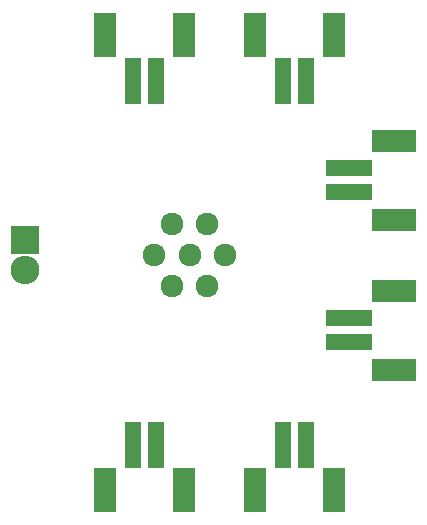
<source format=gbr>
G04 #@! TF.FileFunction,Soldermask,Top*
%FSLAX46Y46*%
G04 Gerber Fmt 4.6, Leading zero omitted, Abs format (unit mm)*
G04 Created by KiCad (PCBNEW 4.0.0-rc1-stable) date 10/20/2015 7:52:27 PM*
%MOMM*%
G01*
G04 APERTURE LIST*
%ADD10C,0.100000*%
%ADD11R,2.432000X2.432000*%
%ADD12O,2.432000X2.432000*%
%ADD13R,1.900000X3.800000*%
%ADD14R,1.400000X3.900000*%
%ADD15R,3.800000X1.900000*%
%ADD16R,3.900000X1.400000*%
%ADD17C,1.924000*%
G04 APERTURE END LIST*
D10*
D11*
X133350000Y-129540000D03*
D12*
X133350000Y-132080000D03*
D13*
X140160000Y-150700000D03*
D14*
X142510000Y-146850000D03*
X144510000Y-146850000D03*
D13*
X146860000Y-150700000D03*
X152860000Y-150700000D03*
D14*
X155210000Y-146850000D03*
X157210000Y-146850000D03*
D13*
X159560000Y-150700000D03*
D15*
X164670000Y-140510000D03*
D16*
X160820000Y-138160000D03*
X160820000Y-136160000D03*
D15*
X164670000Y-133810000D03*
X164670000Y-127810000D03*
D16*
X160820000Y-125460000D03*
X160820000Y-123460000D03*
D15*
X164670000Y-121110000D03*
D13*
X159560000Y-112190000D03*
D14*
X157210000Y-116040000D03*
X155210000Y-116040000D03*
D13*
X152860000Y-112190000D03*
X146860000Y-112190000D03*
D14*
X144510000Y-116040000D03*
X142510000Y-116040000D03*
D13*
X140160000Y-112190000D03*
D17*
X147320000Y-130810000D03*
X144320000Y-130810000D03*
X145820000Y-128212000D03*
X148820000Y-128212000D03*
X150320000Y-130810000D03*
X148820000Y-133408000D03*
X145820000Y-133408000D03*
M02*

</source>
